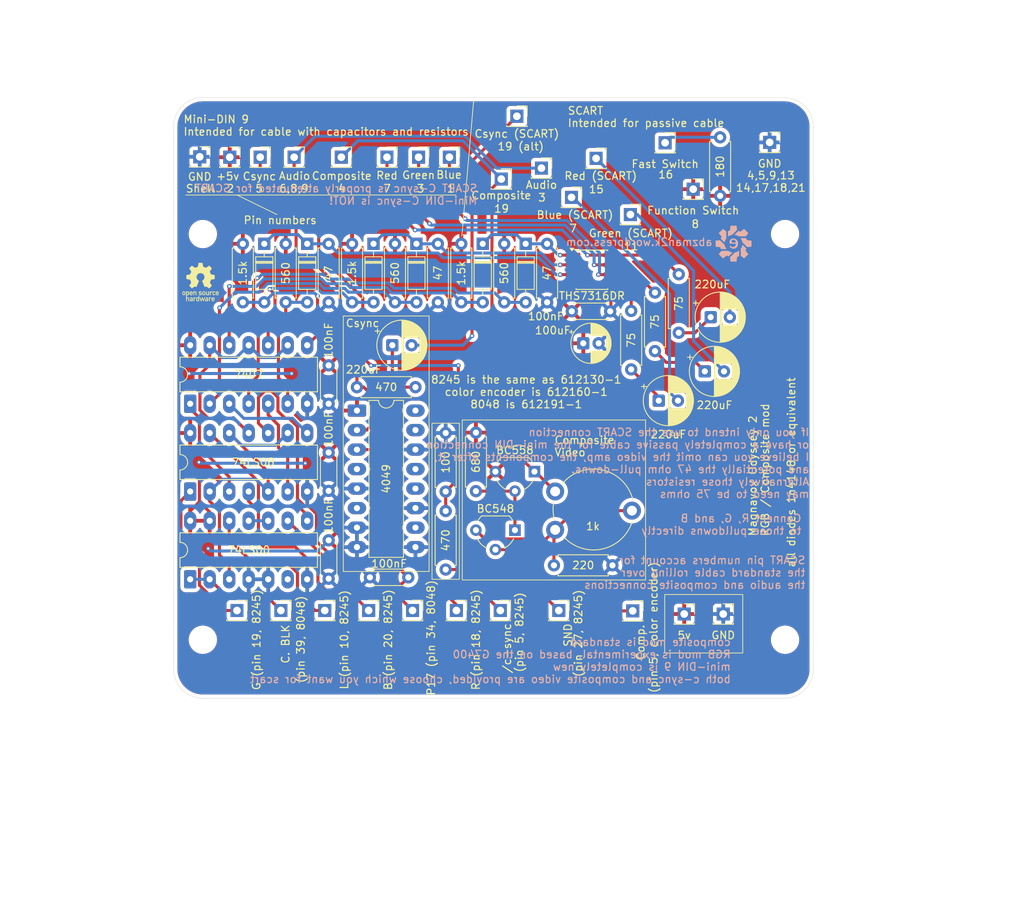
<source format=kicad_pcb>
(kicad_pcb (version 20241229) (generator "pcbnew") (generator_version "9.0")
  (layers (0 "F.Cu" signal) (2 "B.Cu" signal) (13 "F.Paste" user) (15 "B.Paste" user) (5 "F.SilkS" user "F.Silkscreen") (7 "B.SilkS" user "B.Silkscreen") (1 "F.Mask" user) (3 "B.Mask" user) (25 "Edge.Cuts" user))
  (net 0 "")
  (net 1 "GND")
  (net 2 "Net-(D1-A)")
  (net 3 "Blue")
  (net 4 "Net-(D2-A)")
  (net 5 "Net-(D3-A)")
  (net 6 "Green")
  (net 7 "Net-(D4-A)")
  (net 8 "Red")
  (net 9 "Net-(D5-A)")
  (net 10 "Net-(D6-A)")
  (net 11 "left")
  (net 12 "Composite")
  (net 13 "fast switch")
  (net 14 "csync")
  (net 15 "Net-(J2-Pin_1)")
  (net 16 "Net-(J3-Pin_1)")
  (net 17 "Net-(J4-Pin_1)")
  (net 18 "Net-(J5-Pin_1)")
  (net 19 "Net-(J6-Pin_1)")
  (net 20 "Net-(J7-Pin_1)")
  (net 21 "Net-(J8-Pin_1)")
  (net 22 "Net-(J9-Pin_1)")
  (net 23 "Net-(J10-Pin_1)")
  (net 24 "Net-(Q2-E)")
  (net 25 "Net-(Q2-C)")
  (net 26 "function switch")
  (net 27 "Net-(U1-Pad3)")
  (net 28 "Net-(U1-Pad1)")
  (net 29 "Net-(U1-Pad5)")
  (net 30 "Net-(U1-Pad11)")
  (net 31 "Net-(U2-Pad13)")
  (net 32 "Net-(U2-Pad12)")
  (net 33 "Net-(U3-Pad10)")
  (net 40 "Net-(C4-Pad1)")
  (net 41 "Net-(C6-Pad1)")
  (net 42 "Net-(C7-Pad1)")
  (net 43 "Net-(D1-K)")
  (net 44 "Net-(D3-K)")
  (net 45 "Net-(D5-K)")
  (net 46 "Red (SCART)")
  (net 47 "Green (SCART)")
  (net 48 "Blue (SCART)")
  (net 49 "Net-(C10-Pad1)")
  (net 50 "csync (SCART)")
  (footprint "Package_TO_SOT_THT:TO-92_Wide" (layer "F.Cu") (at 172.466 93.1672 180)
    (property "Reference" "Q3" (hide yes))
    (property "Value" "BC558")
  )
  (footprint "Resistor_THT:R_Axial_DIN0207_L6.3mm_D2.5mm_P7.62mm_Horizontal" (layer "F.Cu") (at 196.6468 49.6316 -90)
    (property "Reference" "R3" (hide yes))
    (property "Value" "180")
  )
  (footprint "Connector_PinSocket_2.54mm:PinSocket_1x01_P2.54mm_Vertical" (layer "F.Cu") (at 180.4924 52.3748)
    (property "Reference" "J30" (hide yes))
    (property "Value" "Red (SCART)")
  )
  (footprint "Capacitor_THT:CP_Radial_D6.3mm_P2.50mm" (layer "F.Cu") (at 195.413621 73.0504)
    (property "Reference" "C4" (hide yes))
    (property "Value" "220uF")
  )
  (footprint "MountingHole:MountingHole_3.2mm_M3" (layer "F.Cu") (at 129.286 62.23)
    (property "Reference" "REF**" (hide yes))
    (property "Value" "MountingHole_3.2mm_M3" (hide yes))
  )
  (footprint "Connector_PinSocket_2.54mm:PinSocket_1x01_P2.54mm_Vertical" (layer "F.Cu") (at 147.32 52.2224)
    (property "Reference" "J20" (hide yes))
    (property "Value" "Composite")
  )
  (footprint "MountingHole:MountingHole_3.2mm_M3" (layer "F.Cu") (at 129.286 115.062)
    (property "Reference" "REF**" (hide yes))
    (property "Value" "MountingHole_3.2mm_M3" (hide yes))
  )
  (footprint "Diode_THT:D_DO-35_SOD27_P7.62mm_Horizontal" (layer "F.Cu") (at 137.287 63.5 -90)
    (property "Reference" "D1" (hide yes))
    (property "Value" "1N4148" (hide yes))
  )
  (footprint "Capacitor_THT:CP_Radial_D5.0mm_P2.00mm" (layer "F.Cu") (at 178.826088 76.454)
    (property "Reference" "C9" (hide yes))
    (property "Value" "100uF")
  )
  (footprint "Connector_PinSocket_2.54mm:PinSocket_1x01_P2.54mm_Vertical" (layer "F.Cu") (at 136.7536 52.2224)
    (property "Reference" "J21" (hide yes))
    (property "Value" "Csync")
  )
  (footprint "Connector_PinSocket_2.54mm:PinSocket_1x01_P2.54mm_Vertical" (layer "F.Cu") (at 189.484 50.3428)
    (property "Reference" "J31" (hide yes))
    (property "Value" "Fast Switch")
  )
  (footprint "Capacitor_THT:C_Disc_D4.3mm_W1.9mm_P5.00mm" (layer "F.Cu") (at 145.669 90.678 -90)
    (property "Reference" "C2" (hide yes))
    (property "Value" "100nF")
  )
  (footprint "Resistor_THT:R_Axial_DIN0207_L6.3mm_D2.5mm_P7.62mm_Horizontal" (layer "F.Cu") (at 162.941 71.12 90)
    (property "Reference" "R13" (hide yes))
    (property "Value" "1.5k")
  )
  (footprint "Resistor_THT:R_Axial_DIN0207_L6.3mm_D2.5mm_P7.62mm_Horizontal" (layer "F.Cu") (at 145.669 71.12 90)
    (property "Reference" "R17" (hide yes))
    (property "Value" "47")
  )
  (footprint "Connector_PinSocket_2.54mm:PinSocket_1x01_P2.54mm_Vertical" (layer "F.Cu") (at 128.8796 52.1716)
    (property "Reference" "J11" (hide yes))
    (property "Value" "GND")
  )
  (footprint "Resistor_THT:R_Axial_DIN0207_L6.3mm_D2.5mm_P7.62mm_Horizontal" (layer "F.Cu") (at 185.0644 72.2376 -90)
    (property "Reference" "R6" (hide yes))
    (property "Value" "75")
  )
  (footprint "Resistor_THT:R_Axial_DIN0207_L6.3mm_D2.5mm_P7.62mm_Horizontal" (layer "F.Cu") (at 148.717 71.12 90)
    (property "Reference" "R11" (hide yes))
    (property "Value" "1.5k")
  )
  (footprint "Evan's parts:OSHW gear" (layer "F.Cu") (at 128.9812 68.4784)
    (property "Reference" "G***" (hide yes))
    (property "Value" "LOGO" (hide yes))
  )
  (footprint "Connector_PinSocket_2.54mm:PinSocket_1x01_P2.54mm_Vertical" (layer "F.Cu") (at 153.2636 52.2224)
    (property "Reference" "J15" (hide yes))
    (property "Value" "Red")
  )
  (footprint "Connector_PinSocket_2.54mm:PinSocket_1x01_P2.54mm_Vertical" (layer "F.Cu") (at 191.9732 111.7092)
    (property "Reference" "J14" (hide yes))
    (property "Value" "5v")
  )
  (footprint "Connector_PinSocket_2.54mm:PinSocket_1x01_P2.54mm_Vertical" (layer "F.Cu") (at 161.3916 52.2224)
    (property "Reference" "J19" (hide yes))
    (property "Value" "Blue")
  )
  (footprint "Package_DIP:DIP-14_W7.62mm_LongPads" (layer "F.Cu") (at 127.635 84.328 90)
    (property "Reference" "U1" (hide yes))
    (property "Value" "7407")
  )
  (footprint "Resistor_THT:R_Axial_DIN0207_L6.3mm_D2.5mm_P7.62mm_Horizontal" (layer "F.Cu") (at 160.909 98.298 -90)
    (property "Reference" "R2" (hide yes))
    (property "Value" "470")
  )
  (footprint "Package_DIP:DIP-14_W7.62mm_LongPads" (layer "F.Cu") (at 127.635 95.758 90)
    (property "Reference" "U2" (hide yes))
    (property "Value" "74LS08")
  )
  (footprint "Package_SO:SOIC-8_3.9x4.9mm_P1.27mm" (layer "F.Cu") (at 179.9478 66.8782)
    (property "Reference" "IC1" (hide yes))
    (property "Value" "THS7316DR")
  )
  (footprint "Connector_PinSocket_2.54mm:PinSocket_1x01_P2.54mm_Vertical" (layer "F.Cu") (at 203.0984 50.292)
    (property "Reference" "J23" (hide yes))
    (property "Value" "GND")
  )
  (footprint "Capacitor_THT:C_Disc_D4.3mm_W1.9mm_P5.00mm" (layer "F.Cu") (at 156.043 106.934 180)
    (property "Reference" "C5" (hide yes))
    (property "Value" "100nF")
  )
  (footprint "Capacitor_THT:C_Disc_D4.3mm_W1.9mm_P5.00mm" (layer "F.Cu") (at 145.669 79.328 -90)
    (property "Reference" "C1" (hide yes))
    (property "Value" "100nF")
  )
  (footprint "Resistor_THT:R_Axial_DIN0207_L6.3mm_D2.5mm_P7.62mm_Horizontal" (layer "F.Cu") (at 168.529 71.12 90)
    (property "Reference" "R14" (hide yes))
    (property "Value" "560")
  )
  (footprint "Connector_PinSocket_2.54mm:PinSocket_1x01_P2.54mm_Vertical" (layer "F.Cu") (at 184.9628 59.69)
    (property "Reference" "J29" (hide yes))
    (property "Value" "Green (SCART)")
  )
  (footprint "Connector_PinSocket_2.54mm:PinSocket_1x01_P2.54mm_Vertical" (layer "F.Cu") (at 139.446 111.252)
    (property "Reference" "J3" (hide yes))
    (property "Value" "C. BLK")
  )
  (footprint "MountingHole:MountingHole_3.2mm_M3" (layer "F.Cu") (at 205.105 115.062)
    (property "Reference" "REF**" (hide yes))
    (property "Value" "MountingHole_3.2mm_M3" (hide yes))
  )
  (footprint "Connector_PinSocket_2.54mm:PinSocket_1x01_P2.54mm_Vertical" (layer "F.Cu") (at 177.292 57.4548)
    (property "Reference" "J28" (hide yes))
    (property "Value" "Blue (SCART)")
  )
  (footprint "Connector_PinSocket_2.54mm:PinSocket_1x01_P2.54mm_Vertical" (layer "F.Cu") (at 141.1732 52.2224)
    (property "Reference" "J13" (hide yes))
    (property "Value" "Audio")
  )
  (footprint "Connector_PinSocket_2.54mm:PinSocket_1x01_P2.54mm_Vertical" (layer "F.Cu") (at 170.18 46.8884)
    (property "Reference" "J27" (hide yes))
    (property "Value" "Csync (SCART)")
  )
  (footprint "Capacitor_THT:CP_Radial_D6.3mm_P2.50mm" (layer "F.Cu") (at 194.65162 80.1116)
    (property "Reference" "C6" (hide yes))
    (property "Value" "220uF")
  )
  (footprint "Package_TO_SOT_THT:TO-92_Wide" (layer "F.Cu") (at 169.926 100.7872 180)
    (property "Reference" "Q2" (hide yes))
    (property "Value" "BC548")
  )
  (footprint "Diode_THT:D_DO-35_SOD27_P7.62mm_Horizontal" (layer "F.Cu") (at 165.735 63.5 -90)
    (property "Reference" "D6" (hide yes))
    (property "Value" "1N4148" (hide yes))
  )
  (footprint "Connector_PinSocket_2.54mm:PinSocket_1x01_P2.54mm_Vertical" (layer "F.Cu") (at 193.1416 56.388)
    (property "Reference" "J22" (hide yes))
    (property "Value" "Function Switch")
  )
  (footprint "Capacitor_THT:CP_Radial_D6.3mm_P2.50mm" (layer "F.Cu") (at 188.65722 83.9216)
    (property "Reference" "C7" (hide yes))
    (property "Value" "220uF")
  )
  (footprint "Connector_PinSocket_2.54mm:PinSocket_1x01_P2.54mm_Vertical" (layer "F.Cu") (at 185.2676 111.3028)
    (property "Reference" "J9" (hide yes))
    (property "Value" "Comp.")
  )
  (footprint "Connector_PinSocket_2.54mm:PinSocket_1x01_P2.54mm_Vertical" (layer "F.Cu") (at 133.731 111.252)
    (property "Reference" "J7" (hide yes))
    (property "Value" "G (pin 19, 8245)")
  )
  (footprint "Connector_PinSocket_2.54mm:PinSocket_1x01_P2.54mm_Vertical" (layer "F.Cu") (at 168.148 55.0672)
    (property "Reference" "J26" (hide yes))
    (property "Value" "Composite")
  )
  (footprint "Capacitor_THT:C_Disc_D4.3mm_W1.9mm_P5.00mm" (layer "F.Cu") (at 145.669 102.108 -90)
    (property "Reference" "C3" (hide yes))
    (property "Value" "100nF")
  )
  (footprint "Diode_THT:D_DO-35_SOD27_P7.62mm_Horizontal" (layer "F.Cu") (at 142.875 63.5 -90)
    (property "Reference" "D2" (hide yes))
    (property "Value" "1N4148" (hide yes))
  )
  (footprint "Potentiometer_THT:Potentiometer_Piher_PT-10-V10_Vertical" (layer "F.Cu") (at 175.166 100.7472)
    (property "Reference" "RV1" (hide yes))
    (property "Value" "1k")
  )
  (footprint "Connector_PinSocket_2.54mm:PinSocket_1x01_P2.54mm_Vertical" (layer "F.Cu") (at 157.3784 52.2224)
    (property "Reference" "J18" (hide yes))
    (property "Value" "Green")
  )
  (footprint "Resistor_THT:R_Axial_DIN0207_L6.3mm_D2.5mm_P7.62mm_Horizontal" (layer "F.Cu") (at 188.1632 69.85 -90)
    (property "Reference" "R5" (hide yes))
    (property "Value" "75")
  )
  (footprint "Capacitor_THT:CP_Radial_D6.3mm_P2.50mm" (layer "F.Cu") (at 153.964 76.708)
    (property "Reference" "C10" (hide yes))
    (property "Value" "220uF")
  )
  (footprint "Connector_PinSocket_2.54mm:PinSocket_1x01_P2.54mm_Vertical" (layer "F.Cu") (at 197.0532 111.7092)
    (property "Reference" "J16" (hide yes))
    (property "Value" "GND")
  )
  (footprint "Connector_PinSocket_2.54mm:PinSocket_1x01_P2.54mm_Vertical" (layer "F.Cu") (at 175.641 111.252)
    (property "Reference" "J2" (hide yes))
    (property "Value" "SND")
  )
  (footprint "Resistor_THT:R_Axial_DIN0207_L6.3mm_D2.5mm_P7.62mm_Horizontal" (layer "F.Cu") (at 160.909 95.758 90)
    (property "Reference" "R1" (hide yes))
    (property "Value" "100")
  )
  (footprint "Resistor_THT:R_Axial_DIN0207_L6.3mm_D2.5mm_P7.62mm_Horizontal" (layer "F.Cu") (at 134.493 71.12 90)
    (property "Reference" "R10" (hide yes))
    (property "Value" "1.5k")
  )
  (footprint "Resistor_THT:R_Axial_DIN0207_L6.3mm_D2.5mm_P7.62mm_Horizontal" (layer "F.Cu") (at 140.081 71.12 90)
    (property "Reference" "R9" (hide yes))
    (property "Value" "560")
  )
  (footprint "Resistor_THT:R_Axial_DIN0207_L6.3mm_D2.5mm_P7.62mm_Horizontal" (layer "F.Cu") (at 149.352 82.169)
    (property "Reference" "R18" (hide yes))
    (property "Value" "470")
  )
  (footprint "Connector_PinSocket_2.54mm:PinSocket_1x01_P2.54mm_Vertical" (layer "F.Cu") (at 168.021 111.252)
    (property "Reference" "J10" (hide yes))
    (property "Value" "/c-sync")
  )
  (footprint "Connector_PinSocket_2.54mm:PinSocket_1x01_P2.54mm_Vertical" (layer "F.Cu") (at 145.161 111.252)
    (property "Reference" "J4" (hide yes))
    (property "Value" "L (pin 10, 8245)")
  )
  (footprint "Resistor_THT:R_Axial_DIN0207_L6.3mm_D2.5mm_P7.62mm_Horizontal" (layer "F.Cu") (at 191.262 67.4624 -90)
    (property "Reference" "R4" (hide yes))
    (property "Value" "75")
  )
  (footprint "Package_DIP:DIP-16_W7.62mm_LongPads" (layer "F.Cu") (at 149.352 85.217)
    (property "Reference" "U4" (hide yes))
    (property "Value" "4049")
  )
  (footprint "Package_DIP:DIP-14_W7.62mm_LongPads" (layer "F.Cu") (at 127.635 107.188 90)
    (property "Reference" "U3" (hide yes))
    (property "Value" "74LS00")
  )
  (footprint "Diode_THT:D_DO-35_SOD27_P7.62mm_Horizontal" (layer "F.Cu") (at 157.099 63.5 -90)
    (property "Reference" "D3" (hide yes))
    (property "Value" "1N4148" (hide yes))
  )
  (footprint "Capacitor_THT:C_Disc_D4.3mm_W1.9mm_P5.00mm" (layer "F.Cu") (at 177.332 72.2884)
    (property "Reference" "C8" (hide yes))
    (property "Value" "100nF")
  )
  (footprint "Connector_PinSocket_2.54mm:PinSocket_1x01_P2.54mm_Vertical" (layer "F.Cu") (at 132.7912 52.2224)
    (property "Reference" "J12" (hide yes))
    (property "Value" "+5v")
  )
  (footprint "Resistor_THT:R_Axial_DIN0207_L6.3mm_D2.5mm_P7.62mm_Horizontal" (layer "F.Cu") (at 164.846 95.7072 90)
    (property "Reference" "R16" (hide yes))
    (property "Value" "680")
  )
  (footprint "Connector_PinSocket_2.54mm:PinSocket_1x01_P2.54mm_Vertical" (layer "F.Cu") (at 156.591 111.252)
    (property "Reference" "J5" (hide yes))
    (property "Value" "P17 (pin 34, 8048)")
  )
  (footprint "Diode_THT:D_DO-35_SOD27_P7.62mm_Horizontal" (layer "F.Cu") (at 151.511 63.5 -90)
    (property "Reference" "D4" (hide yes))
    (property "Value" "1N4148" (hide yes))
  )
  (footprint "Diode_THT:D_DO-35_SOD27_P7.62mm_Horizontal" (layer "F.Cu") (at 171.323 63.5 -90)
    (property "Reference" "D5" (hide yes))
    (property "Value" "1N4148" (hide yes))
  )
  (footprint "Connector_PinSocket_2.54mm:PinSocket_1x01_P2.54mm_Vertical" (layer "F.Cu") (at 150.876 111.252)
    (property "Reference" "J8" (hide yes))
    (property "Value" "B (pin 20, 8245)")
  )
  (footprint "Resistor_THT:R_Axial_DIN0207_L6.3mm_D2.5mm_P7.62mm_Horizontal" (layer "F.Cu") (at 174.117 71.12 90)
    (property "Reference" "R7" (hide yes))
    (property "Value" "47")
  )
  (footprint "Resistor_THT:R_Axial_DIN0207_L6.3mm_D2.5mm_P7.62mm_Horizontal" (layer "F.Cu") (at 182.626 105.3672 180)
    (property "Reference" "R15" (hide yes))
    (property "Value" "220")
  )
  (footprint "Resistor_THT:R_Axial_DIN0207_L6.3mm_D2.5mm_P7.62mm_Horizontal" (layer "F.Cu") (at 159.893 71.12 90)
    (property "Reference" "R8" (hide yes))
    (property "Value" "47")
  )
  (footprint "Resistor_THT:R_Axial_DIN0207_L6.3mm_D2.5mm_P7.62mm_Horizontal" (layer "F.Cu") (at 154.305 71.12 90)
    (property "Reference" "R12" (hide yes))
    (property "Value" "560")
  )
  (footprint "MountingHole:MountingHole_3.2mm_M3" (layer "F.Cu") (at 205.105 62.23)
    (property "Reference" "REF**" (hide yes))
    (property "Value" "MountingHole_3.2mm_M3" (hide yes))
  )
  (footprint "Connector_PinSocket_2.54mm:PinSocket_1x01_P2.54mm_Vertical" (layer "F.Cu") (at 162.306 111.252)
    (property "Reference" "J6" (hide yes))
    (property "Value" "R (pin 18, 8245)")
  )
  (footprint "Connector_PinSocket_2.54mm:PinSocket_1x01_P2.54mm_Vertical" (layer "F.Cu") (at 173.3804 53.6448)
    (property "Reference" "J24" (hide yes))
    (property "Value" "Audio")
  )
  (footprint "Evan's parts:Evan Logo" (layer "B.Cu") (at 198.3994 63.4746 180)
    (property "Reference" "G***" (hide yes))
    (property "Value" "LOGO" (hide yes))
  )
  (gr_rect (start 159.131 86.868) (end 162.687 107.188) (stroke (width 0.1)) (fill no) (layer "F.SilkS"))
  (gr_line (start 164.5412 44.958) (end 163.0172 62.484) (stroke (width 0.1)) (layer "F.SilkS"))
  (gr_rect (start 189.4332 109.1692) (end 199.5932 116.7892) (stroke (width 0.1)) (fill no) (layer "F.SilkS"))
  (gr_rect (start 147.574 72.898) (end 158.75 106.172) (stroke (width 0.1)) (fill no) (layer "F.SilkS"))
  (gr_line (start 162.2552 57.15) (end 127.0508 57.15) (stroke (width 0.1)) (layer "F.SilkS"))
  (gr_rect (start 163.068 86.4442) (end 186.944 107.2722) (stroke (width 0.1)) (fill no) (layer "F.SilkS"))
  (gr_line (start 138.938 59.69) (end 133.7564 57.15) (stroke (width 0.1)) (layer "F.SilkS"))
  (gr_line (start 208.788 118.872) (end 208.788 48.26) (stroke (width 0.05)) (layer "Edge.Cuts"))
  (gr_arc (start 125.476 48.26) (mid 126.591923 45.565923) (end 129.286 44.45) (stroke (width 0.05)) (layer "Edge.Cuts"))
  (gr_arc (start 204.978 44.45) (mid 207.672077 45.565923) (end 208.788 48.26) (stroke (width 0.05)) (layer "Edge.Cuts"))
  (gr_line (start 129.286 122.682) (end 204.978 122.682) (stroke (width 0.05)) (layer "Edge.Cuts"))
  (gr_line (start 129.286 44.45) (end 204.978 44.45) (stroke (width 0.05)) (layer "Edge.Cuts"))
  (gr_arc (start 129.286 122.682) (mid 126.591923 121.566077) (end 125.476 118.872) (stroke (width 0.05)) (layer "Edge.Cuts"))
  (gr_line (start 125.476 48.26) (end 125.476 118.872) (stroke (width 0.05)) (layer "Edge.Cuts"))
  (gr_arc (start 208.788 118.872) (mid 207.672077 121.566077) (end 204.978 122.682) (stroke (width 0.05)) (layer "Edge.Cuts"))
  (gr_text "15" (at 179.4764 56.9976 0) (layer "F.SilkS") (effects (font (size 1 1)) (justify left bottom)))
  (gr_text "4,5,9,13\n14,17,18,21" (at 203.2508 56.7944 0) (layer "F.SilkS") (effects (font (size 1 1)) (justify bottom)))
  (gr_text "(pin 39, 8048)" (at 142.621 120.777 90) (layer "F.SilkS") (effects (font (size 1 1)) (justify left bottom)))
  (gr_text "19" (at 167.132 59.5108 0) (layer "F.SilkS") (effects (font (size 1 1)) (justify left bottom)))
  (gr_text "8" (at 192.8368 61.5188 0) (layer "F.SilkS") (effects (font (size 1 1)) (justify left bottom)))
  (gr_text "4" (at 146.812 56.896 0) (layer "F.SilkS") (effects (font (size 1 1)) (justify left bottom)))
  (gr_text "Composite\nVideo" (at 175.006 91.2622 0) (layer "F.SilkS") (effects (font (size 1 1)) (justify left bottom)))
  (gr_text "16" (at 188.5188 55.0672 0) (layer "F.SilkS") (effects (font (size 1 1)) (justify left bottom)))
  (gr_text "11" (at 183.9976 64.4144 0) (layer "F.SilkS") (effects (font (size 1 1)) (justify left bottom)))
  (gr_text "1" (at 160.9852 56.896 0) (layer "F.SilkS") (effects (font (size 1 1)) (justify left bottom)))
  (gr_text "2" (at 132.2832 56.896 0) (layer "F.SilkS") (effects (font (size 1 1)) (justify left bottom)))
  (gr_text "7" (at 152.7048 56.896 0) (layer "F.SilkS") (effects (font (size 1 1)) (justify left bottom)))
  (gr_text "3" (at 172.8724 58.0644 0) (layer "F.SilkS") (effects (font (size 1 1)) (justify left bottom)))
  (gr_text "7" (at 176.9364 62.0776 0) (layer "F.SilkS") (effects (font (size 1 1)) (justify left bottom)))
  (gr_text "3" (at 157.0736 56.896 0) (layer "F.SilkS") (effects (font (size 1 1)) (justify left bottom)))
  (gr_text "SCART\nIntended for passive cable" (at 176.7332 48.3616 0) (layer "F.SilkS") (effects (font (size 1 1)) (justify left bottom)))
  (gr_text "6,8,9" (at 139.1412 56.896 0) (layer "F.SilkS") (effects (font (size 1 1)) (justify left bottom)))
  (gr_text "19 (alt)" (at 167.5892 51.4096 0) (layer "F.SilkS") (effects (font (size 1 1)) (justify left bottom)))
  (gr_text "Shell" (at 127 56.896 0) (layer "F.SilkS") (effects (font (size 1 1)) (justify left bottom)))
  (gr_text "all diodes 1n4148 or equivalent" (at 206.502 105.7148 90) (layer "F.SilkS") (effects (font (size 1 1)) (justify left bottom)))
  (gr_text "8245 is the same as 612130-1\ncolor encoder is 612160-1\n8048 is 612191-1" (at 171.3992 84.9884 -0) (layer "F.SilkS") (effects (font (size 1 1)) (justify bottom)))
  (gr_text "5" (at 136.0424 56.896 0) (layer "F.SilkS") (effects (font (size 1 1)) (justify left bottom)))
  (gr_text "Csync" (at 147.828 74.422 0) (layer "F.SilkS") (effects (font (size 1 1)) (justify left bottom)))
  (gr_text "Pin numbers" (at 134.5184 61.0108 0) (layer "F.SilkS") (effects (font (size 1 1)) (justify left bottom)))
  (gr_text "Mini-DIN 9\nIntended for cable with capacitors and resistors" (at 126.6952 49.4792 0) (layer "F.SilkS") (effects (font (size 1 1)) (justify left bottom)))
  (gr_text "(pin 27, 8245)" (at 178.7652 119.9896 90) (layer "F.SilkS") (effects (font (size 1 1)) (justify left bottom)))
  (gr_text "(pin 5, 8245)" (at 171.0944 119.38 90) (layer "F.SilkS") (effects (font (size 1 1)) (justify left bottom)))
  (gr_text "(pin 5, color encoder)" (at 188.5696 122.0724 90) (layer "F.SilkS") (effects (font (size 1 1)) (justify left bottom)))
  (gr_text "Magnavox Odyssey 2\nRGB / Composite mod" (at 203.0984 101.6508 90) (layer "F.SilkS") (effects (font (size 1 1)) (justify left bottom)))
  (gr_text "composite mod is standard\nRGB mod is experimental, based on the G7400\nmini-DIN 9 is completely new\nboth c-sync and composite video are provided, choose which you want for scart" (at 198.12 120.777 0) (layer "B.SilkS") (effects (font (size 1 1)) (justify left bottom mirror)))
  (gr_text "Connect R, G, and B\nto those pulldowns directly" (at 207.3148 101.4476 0) (layer "B.SilkS") (effects (font (size 1 1)) (justify left bottom mirror)))
  (gr_text "SCART C-sync is properly attenuated for SCART\nMini-DIN C-sync is NOT!" (at 165.1 58.4708 0) (layer "B.SilkS") (effects (font (size 1 1)) (justify left bottom mirror)))
  (gr_text "SCART pin numbers account for\nthe standard cable rolling over\nthe audio and composite connections" (at 207.8228 108.5088 0) (layer "B.SilkS") (effects (font (size 1 1)) (justify left bottom mirror)))
  (gr_text "If you only intend to use the SCART connection\nor have a completely passive cable for the mini-DIN connection\nI believe you can omit the video amp, the components after it,\nand potentially the 47 ohm pull-downs.\nAlternatively those resistors\nmay need to be 75 ohms" (at 208.3308 96.6724 0) (layer "B.SilkS") (effects (font (size 1 1)) (justify left bottom mirror)))
  (gr_text "abzman2k.wordpress.com" (at 195.7324 63.8556 0) (layer "B.SilkS") (effects (font (size 1 1)) (justify left bottom mirror)))
  (segment (start 182.4228 72.1976) (end 182.332 72.2884) (width 0.4) (layer "F.Cu") (net 1))
  (segment (start 182.4228 68.7832) (end 182.4228 72.1976) (width 0.4) (layer "F.Cu") (net 1))
  (segment (start 142.875 76.708) (end 144.2212 75.3618) (width 0.4) (layer "F.Cu") (net 2))
  (segment (start 144.2212 75.3618) (end 144.2212 70.3072) (width 0.4) (layer "F.Cu") (net 2))
  (via (at 144.2212 70.3072) (size 0.6) (drill 0.3) (layers "F.Cu" "B.Cu") (net 2))
  (segment (start 134.493 71.12) (end 137.287 71.12) (width 0.4) (layer "B.Cu") (net 2))
  (segment (start 144.2212 70.3072) (end 143.8148 69.9008) (width 0.4) (layer "B.Cu") (net 2))
  (segment (start 138.5062 69.9008) (end 137.287 71.12) (width 0.4) (layer "B.Cu") (net 2))
  (segment (start 143.8148 69.9008) (end 138.5062 69.9008) (width 0.4) (layer "B.Cu") (net 2))
  (segment (start 161.3916 58.1746) (end 163.4447 60.2277) (width 0.4) (layer "F.Cu") (net 3))
  (segment (start 182.911188 67.5132) (end 185.0644 69.666412) (width 0.4) (layer "F.Cu") (net 3))
  (segment (start 182.4228 67.5132) (end 180.7972 67.5132) (width 0.4) (layer "F.Cu") (net 3))
  (segment (start 161.3916 52.2224) (end 161.3916 58.1746) (width 0.4) (layer "F.Cu") (net 3))
  (segment (start 182.4228 67.5132) (end 182.911188 67.5132) (width 0.4) (layer "F.Cu") (net 3))
  (segment (start 185.0644 69.666412) (end 185.0644 72.2376) (width 0.4) (layer "F.Cu") (net 3))
  (via (at 163.4447 60.2277) (size 0.6) (drill 0.3) (layers "F.Cu" "B.Cu") (net 3))
  (via (at 180.7972 67.5132) (size 0.6) (drill 0.3) (layers "F.Cu" "B.Cu") (net 3))
  (segment (start 180.9394 64.696494) (end 180.9394 67.371) (width 0.4) (layer "B.Cu") (net 3))
  (segment (start 163.4447 60.2277) (end 163.6776 60.4606) (width 0.4) (layer "B.Cu") (net 3))
  (segment (start 180.9394 67.371) (end 180.7972 67.5132) (width 0.4) (layer "B.Cu") (net 3))
  (segment (start 163.6776 60.4606) (end 176.703506 60.4606) (width 0.4) (layer "B.Cu") (net 3))
  (segment (start 176.703506 60.4606) (end 180.9394 64.696494) (width 0.4) (layer "B.Cu") (net 3))
  (segment (start 140.081 73.279) (end 140.081 71.12) (width 0.4) (layer "F.Cu") (net 4))
  (segment (start 139.134 80.968) (end 139.134 74.226) (width 0.4) (layer "F.Cu") (net 4))
  (segment (start 139.134 74.226) (end 140.081 73.279) (width 0.4) (layer "F.Cu") (net 4))
  (segment (start 140.335 82.169) (end 139.134 80.968) (width 0.4) (layer "F.Cu") (net 4))
  (segment (start 140.335 84.328) (end 140.335 82.169) (width 0.4) (layer "F.Cu") (net 4))
  (segment (start 140.081 71.12) (end 142.875 71.12) (width 0.4) (layer "B.Cu") (net 4))
  (segment (start 131.445 71.8566) (end 131.4704 71.8312) (width 0.4) (layer "F.Cu") (net 5))
  (segment (start 130.175 84.328) (end 131.445 83.058) (width 0.4) (layer "F.Cu") (net 5))
  (segment (start 131.445 83.058) (end 131.445 71.8566) (width 0.4) (layer "F.Cu") (net 5))
  (via (at 131.4704 71.8312) (size 0.6) (drill 0.3) (layers "F.Cu" "B.Cu") (net 5))
  (segment (start 154.305 71.12) (end 152.9842 69.7992) (width 0.4) (layer "B.Cu") (net 5))
  (segment (start 154.305 71.12) (end 157.099 71.12) (width 0.4) (layer "B.Cu") (net 5))
  (segment (start 137.7188 68.6816) (end 136.6012 69.7992) (width 0.4) (layer "B.Cu") (net 5))
  (segment (start 152.9842 69.7992) (end 148.246142 69.7992) (width 0.4) (layer "B.Cu") (net 5))
  (segment (start 144.4752 68.6816) (end 137.7188 68.6816) (width 0.4) (layer "B.Cu") (net 5))
  (segment (start 147.746742 69.2998) (end 145.0934 69.2998) (width 0.4) (layer "B.Cu") (net 5))
  (segment (start 136.6012 69.7992) (end 133.5024 69.7992) (width 0.4) (layer "B.Cu") (net 5))
  (segment (start 133.5024 69.7992) (end 131.4704 71.8312) (width 0.4) (layer "B.Cu") (net 5))
  (segment (start 145.0934 69.2998) (end 144.4752 68.6816) (width 0.4) (layer "B.Cu") (net 5))
  (segment (start 148.246142 69.7992) (end 147.746742 69.2998) (width 0.4) (layer "B.Cu") (net 5))
  (segment (start 184.5564 66.2432) (end 188.1632 69.85) (width 0.4) (layer "F.Cu") (net 6))
  (segment (start 182.4228 66.2432) (end 180.2384 66.2432) (width 0.4) (layer "F.Cu") (net 6))
  (segment (start 157.3784 52.2224) (end 157.3784 59.436) (width 0.4) (layer "F.Cu") (net 6))
  (segment (start 182.4228 66.2432) (end 184.5564 66.2432) (width 0.4) (layer "F.Cu") (net 6))
  (segment (start 157.3784 59.436) (end 158.8008 60.8584) (width 0.4) (layer "F.Cu") (net 6))
  (via (at 180.2384 66.2432) (size 0.6) (drill 0.3) (layers "F.Cu" "B.Cu") (net 6))
  (via (at 158.8008 60.8584) (size 0.6) (drill 0.3) (layers "F.Cu" "B.Cu") (net 6))
  (segment (start 159.004 61.0616) (end 176.454564 61.0616) (width 0.4) (layer "B.Cu") (net 6))
  (segment (start 180.2384 64.845436) (end 180.2384 66.2432) (width 0.4) (layer "B.Cu") (net 6))
  (segment (start 176.454564 61.0616) (end 180.2384 64.845436) (width 0.4) (layer "B.Cu") (net 6))
  (segment (start 158.8008 60.8584) (end 159.004 61.0616) (width 0.4) (layer "B.Cu") (net 6))
  (segment (start 137.795 72.9742) (end 137.795 76.708) (width 0.4) (layer "F.Cu") (net 7))
  (segment (start 138.684 70.104) (end 138.684 72.0852) (width 0.4) (layer "F.Cu") (net 7))
  (segment (start 137.998525 69.418525) (end 138.684 70.104) (width 0.4) (layer "F.Cu") (net 7))
  (segment (start 137.795 75.819) (end 137.795 76.708) (width 0.4) (layer "F.Cu") (net 7))
  (segment (start 138.684 72.0852) (end 137.795 72.9742) (width 0.4) (layer "F.Cu") (net 7))
  (via (at 137.998525 69.418525) (size 0.6) (drill 0.3) (layers "F.Cu" "B.Cu") (net 7))
  (segment (start 137.998525 69.418525) (end 138.068529 69.488529) (width 0.4) (layer "B.Cu") (net 7))
  (segment (start 148.717 71.12) (end 151.511 71.12) (width 0.4) (layer "B.Cu") (net 7))
  (segment (start 147.4978 69.9008) (end 148.717 71.12) (width 0.4) (layer "B.Cu") (net 7))
  (segment (start 138.068529 69.488529) (end 138.257258 69.2998) (width 0.4) (layer "B.Cu") (net 7))
  (segment (start 138.257258 69.2998) (end 144.205164 69.2998) (width 0.4) (layer "B.Cu") (net 7))
  (segment (start 144.205164 69.2998) (end 144.806164 69.9008) (width 0.4) (layer "B.Cu") (net 7))
  (segment (start 144.806164 69.9008) (end 147.4978 69.9008) (width 0.4) (layer "B.Cu") (net 7))
  (segment (start 153.2636 52.2224) (end 153.2636 58.0404) (width 0.4) (layer "F.Cu") (net 8))
  (segment (start 182.4228 64.9732) (end 179.3748 64.9732) (width 0.4) (layer "F.Cu") (net 8))
  (segment (start 188.7728 64.9732) (end 191.262 67.4624) (width 0.4) (layer "F.Cu") (net 8))
  (segment (start 182.4228 64.9732) (end 188.7728 64.9732) (width 0.4) (layer "F.Cu") (net 8))
  (segment (start 153.2636 58.0404) (end 156.9212 61.698) (width 0.4) (layer "F.Cu") (net 8))
  (via (at 156.9212 61.698) (size 0.6) (drill 0.3) (layers "F.Cu" "B.Cu") (net 8))
  (via (at 179.3748 64.9732) (size 0.6) (drill 0.3) (layers "F.Cu" "B.Cu") (net 8))
  (segment (start 176.0996 61.698) (end 179.3748 64.9732) (width 0.4) (layer "B.Cu") (net 8))
  (segment (start 156.9212 61.698) (end 176.0996 61.698) (width 0.4) (layer "B.Cu") (net 8))
  (segment (start 135.89 71.7804) (end 136.4996 72.39) (width 0.4) (layer "F.Cu") (net 9))
  (segment (start 135.255 81.926) (end 135.255 84.328) (width 0.4) (layer "F.Cu") (net 9))
  (segment (start 136.4996 80.6814) (end 135.255 81.926) (width 0.4) (layer "F.Cu") (net 9))
  (segment (start 136.379372 67.951772) (end 135.89 68.441144) (width 0.4) (layer "F.Cu") (net 9))
  (segment (start 136.4996 72.39) (end 136.4996 80.6814) (width 0.4) (layer "F.Cu") (net 9))
  (segment (start 135.89 68.441144) (end 135.89 71.7804) (width 0.4) (layer "F.Cu") (net 9))
  (via (at 136.379372 67.951772) (size 0.6) (drill 0.3) (layers "F.Cu" "B.Cu") (net 9))
  (segment (start 168.529 71.12) (end 171.323 71.12) (width 0.4) (layer "B.Cu") (net 9))
  (segment (start 137.000152 67.471) (end 144.927342 67.471) (width 0.4) (layer "B.Cu") (net 9))
  (segment (start 144.973084 67.4796) (end 145.591284 68.0978) (width 0.4) (layer "B.Cu") (net 9))
  (segment (start 162.571742 69.9008) (end 167.3098 69.9008) (width 0.4) (layer "B.Cu") (net 9))
  (segment (start 144.927342 67.471) (end 144.935942 67.4796) (width 0.4) (layer "B.Cu") (net 9))
  (segment (start 154.184684 69.2998) (end 161.970742 69.2998) (width 0.4) (layer "B.Cu") (net 9))
  (segment (start 167.3098 69.9008) (end 168.529 71.12) (width 0.4) (layer "B.Cu") (net 9))
  (segment (start 148.744026 68.5972) (end 153.482084 68.5972) (width 0.4) (layer "B.Cu") (net 9))
  (segment (start 161.970742 69.2998) (end 162.571742 69.9008) (width 0.4) (layer "B.Cu") (net 9))
  (segment (start 136.449376 68.021776) (end 137.000152 67.471) (width 0.4) (layer "B.Cu") (net 9))
  (segment (start 153.482084 68.5972) (end 154.184684 69.2998) (width 0.4) (layer "B.Cu") (net 9))
  (segment (start 148.244626 68.0978) (end 148.744026 68.5972) (width 0.4) (layer "B.Cu") (net 9))
  (segment (start 145.591284 68.0978) (end 148.244626 68.0978) (width 0.4) (layer "B.Cu") (net 9))
  (segment (start 136.379372 67.951772) (end 136.449376 68.021776) (width 0.4) (layer "B.Cu") (net 9))
  (segment (start 144.935942 67.4796) (end 144.973084 67.4796) (width 0.4) (layer "B.Cu") (net 9))
  (segment (start 132.715 76.708) (end 132.715 69.0626) (width 0.4) (layer "F.Cu") (net 10))
  (segment (start 132.715 69.0626) (end 132.7404 69.0372) (width 0.4) (layer "F.Cu") (net 10))
  (via (at 132.7404 69.0372) (size 0.6) (drill 0.3) (layers "F.Cu" "B.Cu") (net 10))
  (segment (start 144.724142 68.0806) (end 144.687 68.0806) (width 0.4) (layer "B.Cu") (net 10))
  (segment (start 147.995684 68.6988) (end 145.342342 68.6988) (width 0.4) (layer "B.Cu") (net 10))
  (segment (start 137.249094 68.072) (end 136.283894 69.0372) (width 0.4) (layer "B.Cu") (net 10))
  (segment (start 145.342342 68.6988) (end 144.724142 68.0806) (width 0.4) (layer "B.Cu") (net 10))
  (segment (start 144.6784 68.072) (end 137.249094 68.072) (width 0.4) (layer "B.Cu") (net 10))
  (segment (start 161.7218 69.9008) (end 153.935742 69.9008) (width 0.4) (layer "B.Cu") (net 10))
  (segment (start 162.941 71.12) (end 165.735 71.12) (width 0.4) (layer "B.Cu") (net 10))
  (segment (start 162.941 71.12) (end 161.7218 69.9008) (width 0.4) (layer "B.Cu") (net 10))
  (segment (start 153.233142 69.1982) (end 148.495084 69.1982) (width 0.4) (layer "B.Cu") (net 10))
  (segment (start 136.283894 69.0372) (end 132.7404 69.0372) (width 0.4) (layer "B.Cu") (net 10))
  (segment (start 144.687 68.0806) (end 144.6784 68.072) (width 0.4) (layer "B.Cu") (net 10))
  (segment (start 153.935742 69.9008) (end 153.233142 69.1982) (width 0.4) (layer "B.Cu") (net 10))
  (segment (start 148.495084 69.1982) (end 147.995684 68.6988) (width 0.4) (layer "B.Cu") (net 10))
  (segment (start 144.3736 64.8208) (end 144.3736 60.5028) (width 0.4) (layer "F.Cu") (net 11))
  (segment (start 150.114 70.5612) (end 144.3736 64.8208) (width 0.4) (layer "F.Cu") (net 11))
  (segment (start 160.909 98.298) (end 160.909 95.758) (width 0.4) (layer "F.Cu") (net 11))
  (segment (start 151.1808 79.3496) (end 150.114 78.2828) (width 0.4) (layer "F.Cu") (net 11))
  (segment (start 162.56 94.107) (end 160.909 95.758) (width 0.4) (layer "F.Cu") (net 11))
  (segment (start 150.114 78.2828) (end 150.114 70.5612) (width 0.4) (layer "F.Cu") (net 11))
  (segment (start 144.3736 60.5028) (end 141.1732 57.3024) (width 0.4) (layer "F.Cu") (net 11))
  (segment (start 141.1732 57.3024) (end 141.1732 52.2224) (width 0.4) (layer "F.Cu") (net 11))
  (segment (start 162.56 79.3496) (end 162.56 94.107) (width 0.4) (layer "F.Cu") (net 11))
  (via (at 151.1808 79.3496) (size 0.6) (drill 0.3) (layers "F.Cu" "B.Cu") (net 11))
  (via (at 162.56 79.3496) (size 0.6) (drill 0.3) (layers "F.Cu" "B.Cu") (net 11))
  (segment (start 143.9078 49.4878) (end 163.4322 49.4878) (width 0.4) (layer "B.Cu") (net 11))
  (segment (start 163.4322 49.4878) (end 167.5892 53.6448) (width 0.4) (layer "B.Cu") (net 11))
  (segment (start 162.56 79.3496) (end 151.1808 79.3496) (width 0.4) (layer "B.Cu") (net 11))
  (segment (start 167.5892 53.6448) (end 173.3804 53.6448) (width 0.4) (layer "B.Cu") (net 11))
  (segment (start 141.1732 52.2224) (end 143.9078 49.4878) (width 0.4) (layer "B.Cu") (net 11))
  (segment (start 172.466 93.1672) (end 166.936 87.6372) (width 0.4) (layer "F.Cu") (net 12))
  (segment (start 172.466 93.1672) (end 172.586 93.1672) (width 0.4) (layer "F.Cu") (net 12))
  (segment (start 166.936 87.6372) (end 166.936 56.2792) (width 0.4) (layer "F.Cu") (net 12))
  (segment (start 172.586 93.1672) (end 175.166 95.7472) (width 0.4) (layer "F.Cu") (net 12))
  (segment (start 166.936 56.2792) (end 168.148 55.0672) (width 0.4) (layer "F.Cu") (net 12))
  (segment (start 149.4536 50.0888) (end 147.32 52.2224) (width 0.4) (layer "B.Cu") (net 12))
  (segment (start 168.148 55.0672) (end 163.1696 50.0888) (width 0.4) (layer "B.Cu") (net 12))
  (segment (start 163.1696 50.0888) (end 149.4536 50.0888) (width 0.4) (layer "B.Cu") (net 12))
  (segment (start 196.6468 49.6316) (end 190.1952 49.6316) (width 0.4) (layer "B.Cu") (net 13))
  (segment (start 190.1952 49.6316) (end 189.484 50.3428) (width 0.4) (layer "B.Cu") (net 13))
  (segment (start 150.241 82.169) (end 149.352 82.169) (width 0.4) (layer "F.Cu") (net 14))
  (segment (start 147.1676 69.342) (end 142.7988 64.9732) (width 0.4) (layer "F.Cu") (net 14))
  (segment (start 147.1676 72.1106) (end 147.1676 69.342) (width 0.4) (layer "F.Cu") (net 14))
  (segment (start 149.352 87.757) (end 150.622 87.757) (width 0.4) (layer "F.Cu") (net 14))
  (segment (start 142.7988 64.9732) (end 141.4272 64.9732) (width 0.4) (layer "F.Cu") (net 14))
  (segment (start 141.4272 64.9732) (end 141.4272 59.1312) (width 0.4) (layer "F.Cu") (net 14))
  (segment (start 151.384 83.312) (end 150.241 82.169) (width 0.4) (layer "F.Cu") (net 14))
  (segment (start 149.352 74.295) (end 147.1676 72.1106) (width 0.4) (layer "F.Cu") (net 14))
  (segment (start 141.4272 59.1312) (end 136.7536 54.4576) (width 0.4) (layer "F.Cu") (net 14))
  (segment (start 151.384 86.995) (end 151.384 83.312) (width 0.4) (layer "F.Cu") (net 14))
  (segment (start 150.622 87.757) (end 151.384 86.995) (width 0.4) (layer "F.Cu") (net 14))
  (segment (start 149.352 82.169) (end 149.352 74.295) (width 0.4) (layer "F.Cu") (net 14))
  (segment (start 136.7536 54.4576) (end 136.7536 52.2224) (width 0.4) (layer "F.Cu") (net 14))
  (segment (start 175.641 111.252) (end 170.307 105.918) (width 0.4) (layer "F.Cu") (net 15))
  (segment (start 170.307 105.918) (end 160.909 105.918) (width 0.4) (layer "F.Cu") (net 15))
  (segment (start 139.446 111.252) (end 137.541 109.347) (width 0.4) (layer "F.Cu") (net 16))
  (segment (start 137.541 109.347) (end 132.334 109.347) (width 0.4) (layer "F.Cu") (net 16))
  (segment (start 132.334 109.347) (end 130.175 107.188) (width 0.4) (layer "F.Cu") (net 16))
  (segment (start 127.635 107.188) (end 130.175 107.188) (width 0.4) (layer "B.Cu") (net 16))
  (segment (start 141.605 108.946) (end 141.605 106.35953) (width 0.4) (layer "F.Cu") (net 17))
  (segment (start 145.161 111.252) (end 143.911 111.252) (width 0.4) (layer "F.Cu") (net 17))
  (segment (start 132.715 101.981) (end 132.715 99.568) (width 0.4) (layer "F.Cu") (net 17))
  (segment (start 141.605 106.35953) (end 139.76647 104.521) (width 0.4) (layer "F.Cu") (net 17))
  (segment (start 135.255 104.521) (end 132.715 101.981) (width 0.4) (layer "F.Cu") (net 17))
  (segment (start 139.76647 104.521) (end 135.255 104.521) (width 0.4) (layer "F.Cu") (net 17))
  (segment (start 143.911 111.252) (end 141.605 108.946) (width 0.4) (layer "F.Cu") (net 17))
  (segment (start 149.953 109.186) (end 140.335 99.568) (width 0.4) (layer "F.Cu") (net 18))
  (segment (start 154.525 109.186) (end 149.953 109.186) (width 0.4) (layer "F.Cu") (net 18))
  (segment (start 156.591 111.252) (end 154.525 109.186) (width 0.4) (layer "F.Cu") (net 18))
  (segment (start 144.076 98.67053) (end 143.06847 97.663) (width 0.4) (layer "F.Cu") (net 19))
  (segment (start 138.24247 82.677) (end 137.34753 82.677) (width 0.4) (layer "F.Cu") (net 19))
  (segment (start 140.52847 86.233) (end 140.00353 86.233) (width 0.4) (layer "F.Cu") (net 19))
  (segment (start 160.377 108.585) (end 150.447528 108.585) (width 0.4) (layer "F.Cu") (net 19))
  (segment (start 142.54353 97.663) (end 141.605 96.72447) (width 0.4) (layer "F.Cu") (net 19))
  (segment (start 162.306 111.252) (end 162.306 110.514) (width 0.4) (layer "F.Cu") (net 19))
  (segment (start 139.065 83.49953) (end 138.24247 82.677) (width 0.4) (layer "F.Cu") (net 19))
  (segment (start 150.447528 108.585) (end 144.076 102.213471) (width 0.4) (layer "F.Cu") (net 19))
  (segment (start 143.06847 97.663) (end 142.54353 97.663) (width 0.4) (layer "F.Cu") (net 19))
  (segment (start 162.306 110.514) (end 160.377 108.585) (width 0.4) (layer "F.Cu") (net 19))
  (segment (start 136.525 86.868) (end 137.795 88.138) (width 0.4) (layer "F.Cu") (net 19))
  (segment (start 141.605 87.30953) (end 140.52847 86.233) (width 0.4) (layer "F.Cu") (net 19))
  (segment (start 139.065 85.29447) (end 139.065 83.49953) (width 0.4) (layer "F.Cu") (net 19))
  (segment (start 140.00353 86.233) (end 139.065 85.29447) (width 0.4) (layer "F.Cu") (net 19))
  (segment (start 141.605 96.72447) (end 141.605 87.30953) (width 0.4) (layer "F.Cu") (net 19))
  (segment (start 144.076 102.213471) (end 144.076 98.67053) (width 0.4) (layer "F.Cu") (net 19))
  (segment (start 136.525 83.49953) (end 136.525 86.868) (width 0.4) (layer "F.Cu") (net 19))
  (segment (start 137.34753 82.677) (end 136.525 83.49953) (width 0.4) (layer "F.Cu") (net 19))
  (segment (start 132.14053 111.252) (end 133.731 111.252) (width 0.4) (layer "F.Cu") (net 20))
  (segment (start 128.836 104.013) (end 128.836 107.94747) (width 0.4) (layer "F.Cu") (net 20))
  (segment (start 128.836 107.94747) (end 132.14053 111.252) (width 0.4) (layer "F.Cu") (net 20))
  (segment (start 126.434 101.611) (end 128.836 104.013) (width 0.4) (layer "F.Cu") (net 20))
  (segment (start 127.635 95.758) (end 126.434 96.959) (width 0.4) (layer "F.Cu") (net 20))
  (segment (start 126.434 96.959) (end 126.434 101.611) (width 0.4) (layer "F.Cu") (net 20))
  (segment (start 141.351 102.997) (end 137.287 102.997) (width 0.4) (layer "F.Cu") (net 21))
  (segment (start 144.272 107.569) (end 144.272 105.918) (width 0.4) (layer "F.Cu") (net 21))
  (segment (start 150.876 111.252) (end 148.209 108.585) (width 0.4) (layer "F.Cu") (net 21))
  (segment (start 148.209 108.585) (end 145.288 108.585) (width 0.4) (layer "F.Cu") (net 21))
  (segment (start 135.255 97.028) (end 135.255 95.758) (width 0.4) (layer "F.Cu") (net 21))
  (segment (start 136.525 98.298) (end 135.255 97.028) (width 0.4) (layer "F.Cu") (net 21))
  (segment (start 136.525 102.235) (end 136.525 98.298) (width 0.4) (layer "F.Cu") (net 21))
  (segment (start 144.272 105.918) (end 141.351 102.997) (width 0.4) (layer "F.Cu") (net 21))
  (segment (start 145.288 108.585) (end 144.272 107.569) (width 0.4) (layer "F.Cu") (net 21))
  (segment (start 137.287 102.997) (end 136.525 102.235) (width 0.4) (layer "F.Cu") (net 21))
  (segment (start 176.24593 108.3056) (end 174.498 108.3056) (width 0.4) (layer "F.Cu") (net 22))
  (segment (start 185.2676 111.3028) (end 179.243129 111.3028) (width 0.4) (layer "F.Cu") (net 22))
  (segment (start 179.243129 111.3028) (end 176.24593 108.3056) (width 0.4) (layer "F.Cu") (net 22))
  (segment (start 174.498 108.3056) (end 169.5196 103.3272) (width 0.4) (layer "F.Cu") (net 22))
  (segment (start 169.5196 103.3272) (end 167.386 103.3272) (width 0.4) (layer "F.Cu") (net 22))
  (segment (start 152.146 91.059) (end 151.384 90.297) (width 0.4) (layer "F.Cu") (net 23))
  (segment (start 168.021 111.252) (end 164.465 107.696) (width 0.4) (layer "F.Cu") (net 23))
  (segment (start 151.384 90.297) (end 149.352 90.297) (width 0.4) (layer "F.Cu") (net 23))
  (segment (start 164.465 107.696) (end 159.004 107.696) (width 0.4) (layer "F.Cu") (net 23))
  (segment (start 152.146 100.838) (end 152.146 91.059) (width 0.4) (layer "F.Cu") (net 23))
  (segment (start 159.004 107.696) (end 152.146 100.838) (width 0.4) (layer "F.Cu") (net 23))
  (segment (start 175.166 100.7472) (end 173.975 101.9382) (width 0.4) (layer "F.Cu") (net 24))
  (segment (start 185.166 98.2472) (end 177.666 98.2472) (width 0.4) (layer "F.Cu") (net 24))
  (segment (start 175.006 105.3672) (end 175.006 100.9072) (width 0.4) (layer "F.Cu") (net 24))
  (segment (start 173.975 101.9382) (end 165.997 101.9382) (width 0.4) (layer "F.Cu") (net 24))
  (segment (start 175.006 100.9072) (end 175.166 100.7472) (width 0.4) (layer "F.Cu") (net 24))
  (segment (start 177.666 98.2472) (end 175.166 100.7472) (width 0.4) (layer "F.Cu") (net 24))
  (segment (start 165.997 101.9382) (end 164.846 100.7872) (width 0.4) (layer "F.Cu") (net 24))
  (segment (start 169.926 95.7072) (end 169.926 100.7872) (width 0.4) (layer "F.Cu") (net 25))
  (segment (start 169.926 95.7072) (end 164.846 95.7072) (width 0.4) (layer "F.Cu") (net 25))
  (segment (start 127.635 90.747) (end 128.836 91.948) (width 0.4) (layer "F.Cu") (net 26))
  (segment (start 155.0924 107.7976) (end 153.7716 107.7976) (width 0.4) (layer "F.Cu") (net 26))
  (segment (start 129.159 103.124) (end 130.048 104.013) (width 0.4) (layer "F.Cu") (net 26))
  (segment (start 156.043 106.934) (end 155.1794 107.7976) (width 0.4) (layer "F.Cu") (net 26))
  (segment (start 127.635 99.568) (end 127.635 98.298) (width 0.4) (layer "F.Cu") (net 26))
  (segment (start 153.7716 107.7976) (end 153.3144 107.3404) (width 0.4) (layer "F.Cu") (net 26))
  (segment (start 128.836 97.097) (end 128.836 91.948) (width 0.4) (layer "F.Cu") (net 26))
  (segment (start 130.048 104.013) (end 130.048 104.521) (width 0.4) (layer "F.Cu") (net 26))
  (segment (start 127.635 88.138) (end 127.635 90.747) (width 0.4) (layer "F.Cu") (net 26))
  (segment (start 127.635 101.6) (end 127.635 99.568) (width 0.4) (layer "F.Cu") (net 26))
  (segment (start 130.175 99.568) (end 130.175 98.436) (width 0.4) (layer "F.Cu") (net 26))
  (segment (start 127.635 98.298) (end 128.836 97.097) (width 0.4) (layer "F.Cu") (net 26))
  (segment (start 130.175 102.108) (end 129.159 103.124) (width 0.4) (layer "F.Cu") (net 26))
  (segment (start 155.1794 107.7976) (end 155.0924 107.7976) (width 0.4) (layer "F.Cu") (net 26))
  (segment (start 130.175 99.568) (end 130.175 102.108) (width 0.4) (layer "F.Cu") (net 26))
  (segment (start 129.159 103.124) (end 127.635 101.6) (width 0.4) (layer "F.Cu") (net 26))
  (segment (start 130.175 98.436) (end 128.836 97.097) (width 0.4) (layer "F.Cu") (net 26))
  (via (at 127.508 80.391) (size 0.6) (drill 0.3) (layers "F.Cu" "B.Cu") (net 26))
  (via (at 129.9845 103.1875) (size 0.6) (drill 0.3) (layers "F.Cu" "B.Cu") (net 26))
  (via (at 142.621 92.075) (size 0.6) (drill 0.3) (layers "F.Cu" "B.Cu") (net 26))
  (via (at 128.778 91.948) (size 0.6) (drill 0.3) (layers "F.Cu" "B.Cu") (net 26))
  (via (at 140.843 80.391) (size 0.6) (drill 0.3) (layers "F.Cu" "B.Cu") (net 26))
  (segment (start 128.905 92.075) (end 128.778 91.948) (width 0.4) (layer "B.Cu") (net 26))
  (segment (start 144.272 103.505) (end 144.018 103.505) (width 0.4) (layer "B.Cu") (net 26))
  (segment (start 140.843 80.391) (end 127.508 80.391) (width 0.4) (layer "B.Cu") (net 26))
  (segment (start 130.302 103.505) (end 129.9845 103.1875) (width 0.4) (layer "B.Cu") (net 26))
  (segment (start 144.018 103.505) (end 130.302 103.505) (width 0.4) (layer "B.Cu") (net 26))
  (segment (start 145.669 102.108) (end 144.272 103.505) (width 0.4) (layer "B.Cu") (net 26))
  (segment (start 142.621 92.075) (end 128.905 92.075) (width 0.4) (layer "B.Cu") (net 26))
  (segment (start 132.715 84.328) (end 134.62 86.233) (width 0.4) (layer "B.Cu") (net 27))
  (segment (start 134.62 86.233) (end 140.97 86.233) (width 0.4) (layer "B.Cu") (net 27))
  (segment (start 140.97 86.233) (end 142.875 88.138) (width 0.4) (layer "B.Cu") (net 27))
  (segment (start 128.836 86.164) (end 128.836 89.974) (width 0.4) (layer "F.Cu") (net 28))
  (segment (start 127.635 84.963) (end 128.836 86.164) (width 0.4) (layer "F.Cu") (net 28))
  (segment (start 132.715 93.853) (end 132.715 95.758) (width 0.4) (layer "F.Cu") (net 28))
  (segment (start 128.836 89.974) (end 132.715 93.853) (width 0.4) (layer "F.Cu") (net 28))
  (segment (start 127.635 84.328) (end 127.635 84.963) (width 0.4) (layer "F.Cu") (net 28))
  (segment (start 137.795 84.328) (end 137.795 85.783) (width 0.4) (layer "F.Cu") (net 29))
  (segment (start 137.795 85.783) (end 139.134 87.122) (width 0.4) (layer "F.Cu") (net 29))
  (segment (start 139.134 87.122) (end 139.134 90.043) (width 0.4) (layer "F.Cu") (net 29))
  (segment (start 140.335 91.244) (end 139.134 90.043) (width 0.4) (layer "F.Cu") (net 29))
  (segment (start 140.335 95.758) (end 140.335 91.244) (width 0.4) (layer "F.Cu") (net 29))
  (segment (start 130.175 79.248) (end 130.175 76.708) (width 0.4) (layer "F.Cu") (net 30))
  (segment (start 128.905 85.15647) (end 129.98153 86.233) (width 0.4) (layer "F.Cu") (net 30))
  (segment (start 133.35 86.233) (end 130.81 86.233) (width 0.4) (layer "F.Cu") (net 30))
  (segment (start 129.98153 86.233) (end 130.81 86.233) (width 0.4) (layer "F.Cu") (net 30))
  (segment (start 128.905 80.518) (end 128.905 85.15647) (width 0.4) (layer "F.Cu") (net 30))
  (segment (start 128.905 80.518) (end 130.175 79.248) (width 0.4) (layer "F.Cu") (net 30))
  (segment (start 135.255 88.138) (end 133.35 86.233) (width 0.4) (layer "F.Cu") (net 30))
  (segment (start 136.856 78.309) (end 138.734 78.309) (width 0.4) (layer "B.Cu") (net 30))
  (segment (start 135.255 76.708) (end 136.856 78.309) (width 0.4) (layer "B.Cu") (net 30))
  (segment (start 138.734 78.309) (end 140.335 76.708) (width 0.4) (layer "B.Cu") (net 30))
  (segment (start 130.175 76.708) (end 131.776 78.309) (width 0.4) (layer "B.Cu") (net 30))
  (segment (start 133.654 78.309) (end 135.255 76.708) (width 0.4) (layer "B.Cu") (net 30))
  (segment (start 131.776 78.309) (end 133.654 78.309) (width 0.4) (layer "B.Cu") (net 30))
  (segment (start 137.16 97.663) (end 141.693588 97.663) (width 0.4) (layer "F.Cu") (net 31))
  (segment (start 141.693588 97.663) (end 142.875 98.844412) (width 0.4) (layer "F.Cu") (net 31))
  (segment (start 136.525 97.028) (end 137.16 97.663) (width 0.4) (layer "F.Cu") (net 31))
  (segment (start 136.525 94.488) (end 136.525 97.028) (width 0.4) (layer "F.Cu") (net 31))
  (segment (start 130.175 88.138) (end 136.525 94.488) (width 0.4) (layer "F.Cu") (net 31))
  (segment (start 142.875 98.844412) (end 142.875 99.568) (width 0.4) (layer "F.Cu") (net 31))
  (segment (start 131.445 104.013) (end 132.715 105.283) (width 0.4) (layer "F.Cu") (net 32))
  (segment (start 130.175 95.758) (end 130.175 97.028) (width 0.4) (layer "F.Cu") (net 32))
  (segment (start 130.175 97.028) (end 131.445 98.298) (width 0.4) (layer "F.Cu") (net 32))
  (segment (start 132.715 105.283) (end 132.715 107.188) (width 0.4) (layer "F.Cu") (net 32))
  (segment (start 131.445 98.298) (end 131.445 104.013) (width 0.4) (layer "F.Cu") (net 32))
  (segment (start 132.715 88.138) (end 137.795 93.218) (width 0.4) (layer "F.Cu") (net 32))
  (segment (start 137.795 93.218) (end 137.795 95.758) (width 0.4) (layer "F.Cu") (net 32))
  (segment (start 136.194 94.157) (end 137.795 95.758) (width 0.4) (layer "B.Cu") (net 32))
  (segment (start 132.715 88.138) (end 134.316 89.739) (width 0.4) (layer "B.Cu") (net 32))
  (segment (start 130.175 95.758) (end 131.776 94.157) (width 0.4) (layer "B.Cu") (net 32))
  (segment (start 138.734 89.739) (end 140.335 88.138) (width 0.4) (layer "B.Cu") (net 32))
  (segment (start 134.316 89.739) (end 138.734 89.739) (width 0.4) (layer "B.Cu") (net 32))
  (segment (start 131.776 94.157) (end 136.194 94.157) (width 0.4) (layer "B.Cu") (net 32))
  (segment (start 135.255 99.568) (end 137.795 99.568) (width 0.4) (layer "B.Cu") (net 33))
  (segment (start 191.262 75.0824) (end 193.381621 75.0824) (width 0.4) (layer "F.Cu") (net 40))
  (segment (start 193.381621 75.0824) (end 195.413621 73.0504) (width 0.4) (layer "F.Cu") (net 40))
  (segment (start 193.48322 78.9432) (end 194.65162 80.1116) (width 0.4) (layer "F.Cu") (net 41))
  (segment (start 188.1632 77.47) (end 189.6364 78.9432) (width 0.4) (layer "F.Cu") (net 41))
  (segment (start 189.6364 78.9432) (end 193.48322 78.9432) (width 0.4) (layer "F.Cu") (net 41))
  (segment (start 185.0644 79.8576) (end 188.65722 83.45042) (width 0.4) (layer "F.Cu") (net 42))
  (segment (start 188.65722 83.45042) (end 188.65722 83.9216) (width 0.4) (layer "F.Cu") (net 42))
  (segment (start 175.8188 67.5132) (end 177.4728 67.5132) (width 0.4) (layer "F.Cu") (net 43))
  (via (at 175.8188 67.5132) (size 0.6) (drill 0.3) (layers "F.Cu" "B.Cu") (net 43))
  (segment (start 138.488 62.299) (end 137.287 63.5) (width 0.4) (layer "B.Cu") (net 43))
  (segment (start 173.062458 65.302) (end 174.276229 66.515771) (width 0.4) (layer "B.Cu") (net 43))
  (segment (start 175.273658 67.5132) (end 175.8188 67.5132) (width 0.4) (layer "B.Cu") (net 43))
  (segment (start 174.276229 66.515771) (end 175.273658 67.5132) (width 0.4) (layer "B.Cu") (net 43))
  (segment (start 146.87 64.701) (end 156.8196 64.701) (width 0.4) (layer "B.Cu") (net 43))
  (segment (start 164.2872 65.302) (end 169.5704 65.302) (width 0.4) (layer "B.Cu") (net 43))
  (segment (start 159.9184 64.701) (end 160.5194 65.302) (width 0.4) (layer "B.Cu") (net 43))
  (segment (start 142.875 63.5) (end 145.669 63.5) (width 0.4) (layer "B.Cu") (net 43))
  (segment (start 141.674 62.299) (end 138.488 62.299) (width 0.4) (layer "B.Cu") (net 43))
  (segment (start 156.8196 64.701) (end 159.9184 64.701) (width 0.4) (layer "B.Cu") (net 43))
  (segment (start 169.5704 65.302) (end 173.062458 65.302) (width 0.4) (layer "B.Cu") (net 43))
  (segment (start 145.669 63.5) (end 146.87 64.701) (width 0.4) (layer "B.Cu") (net 43))
  (segment (start 160.5194 65.302) (end 164.2872 65.302) (width 0.4) (layer "B.Cu") (net 43))
  (segment (start 142.875 63.5) (end 141.674 62.299) (width 0.4) (layer "B.Cu") (net 43))
  (segment (start 175.8188 66.2432) (end 177.4728 66.2432) (width 0.4) (layer "F.Cu") (net 44))
  (via (at 175.8188 66.2432) (size 0.6) (drill 0.3) (layers "F.Cu" "B.Cu") (net 44))
  (segment (start 152.712 62.299) (end 151.511 63.5) (width 0.4) (layer "B.Cu") (net 44))
  (segment (start 157.099 63.5) (end 155.898 62.299) (width 0.4) (layer "B.Cu") (net 44))
  (segment (start 173.3114 64.701) (end 161.094 64.701) (width 0.4) (layer "B.Cu") (net 44))
  (segment (start 155.898 62.299) (end 152.712 62.299) (width 0.4) (layer "B.Cu") (net 44))
  (segment (start 161.094 64.701) (end 159.893 63.5) (width 0.4) (layer "B.Cu") (net 44))
  (segment (start 175.8188 66.2432) (end 174.8536 66.2432) (width 0.4) (layer "B.Cu") (net 44))
  (segment (start 157.099 63.5) (end 159.893 63.5) (width 0.4) (layer "B.Cu") (net 44))
  (segment (start 174.8536 66.2432) (end 173.3114 64.701) (width 0.4) (layer "B.Cu") (net 44))
  (segment (start 175.8188 64.9732) (end 177.4728 64.9732) (width 0.4) (layer "F.Cu") (net 45))
  (segment (start 171.196 63.373) (end 171.323 63.5) (width 0.4) (layer "F.Cu") (net 45))
  (via (at 175.8188 64.9732) (size 0.6) (drill 0.3) (layers "F.Cu" "B.Cu") (net 45))
  (segment (start 175.5902 64.9732) (end 175.8188 64.9732) (width 0.4) (layer "B.Cu") (net 45))
  (segment (start 174.117 63.5) (end 175.5902 64.9732) (width 0.4) (layer "B.Cu") (net 45))
  (segment (start 171.323 63.5) (end 174.117 63.5) (width 0.4) (layer "B.Cu") (net 45))
  (segment (start 170.122 62.299) (end 166.936 62.299) (width 0.4) (layer "B.Cu") (net 45))
  (segment (start 166.936 62.299) (end 165.735 63.5) (width 0.4) (layer "B.Cu") (net 45))
  (segment (start 171.323 63.5) (end 170.122 62.299) (width 0.4) (layer "B.Cu") (net 45))
  (segment (start 197.913621 73.0504) (end 197.913621 69.796021) (width 0.4) (layer "B.Cu") (net 46))
  (segment (start 197.913621 69.796021) (end 180.4924 52.3748) (width 0.4) (layer "B.Cu") (net 46))
  (segment (start 193.1924 67.0052) (end 193.1924 76.15238) (width 0.4) (layer "B.Cu") (net 47))
  (segment (start 193.1924 76.15238) (end 197.15162 80.1116) (width 0.4) (layer "B.Cu") (net 47))
  (segment (start 185.8772 59.69) (end 184.9628 59.69) (width 0.4) (layer "B.Cu") (net 47))
  (segment (start 193.1924 67.0052) (end 185.8772 59.69) (width 0.4) (layer "B.Cu") (net 47))
  (segment (start 177.46647 57.4548) (end 177.292 57.4548) (width 0.4) (layer "B.Cu") (net 48))
  (segment (start 191.15722 83.9216) (end 190.061 82.82538) (width 0.4) (layer "B.Cu") (net 48))
  (segment (start 190.061 70.049329) (end 177.46647 57.4548) (width 0.4) (layer "B.Cu") (net 48))
  (segment (start 190.061 82.82538) (end 190.061 70.049329) (width 0.4) (layer "B.Cu") (net 48))
  (segment (start 155.448 82.169) (end 153.964 80.685) (width 0.4) (layer "F.Cu") (net 49))
  (segment (start 153.964 80.685) (end 153.964 76.708) (width 0.4) (layer "F.Cu") (net 49))
  (segment (start 156.972 82.169) (end 155.448 82.169) (width 0.4) (layer "F.Cu") (net 49))
  (segment (start 170.18 46.8884) (end 164.338 52.7304) (width 0.4) (layer "F.Cu") (net 50))
  (segment (start 164.338 52.7304) (end 164.338 75.4888) (width 0.4) (layer "F.Cu") (net 50))
  (via (at 164.338 75.4888) (size 0.6) (drill 0.3) (layers "F.Cu" "B.Cu") (net 50))
  (segment (start 164.338 75.5396) (end 163.1696 76.708) (width 0.4) (layer "B.Cu") (net 50))
  (segment (start 164.338 75.4888) (end 164.338 75.5396) (width 0.4) (layer "B.Cu") (net 50))
  (segment (start 163.1696 76.708) (end 156.464 76.708) (width 0.4) (layer "B.Cu") (net 50))
  (zone (net 26) (net_name "function switch") (layer "F.Cu") (priority 1) (connect_pads (clearance 0.5)) (min_thickness 0.25) (fill yes (thermal_gap 0.5) (thermal_bridge_width 0.5))
    (polygon (pts (xy 232.41 31.75) (xy 111.76 35.56) (xy 107.95 147.32) (xy 236.22 149.86)))
  )
  (zone (net 1) (net_name "GND") (layer "B.Cu") (connect_pads (clearance 0.5)) (min_thickness 0.25) (fill yes (thermal_gap 0.5) (thermal_bridge_width 0.5))
    (polygon (pts (xy 110.49 33.02) (xy 228.6 31.75) (xy 229.87 149.86) (xy 102.87 148.59)))
  )
)
</source>
